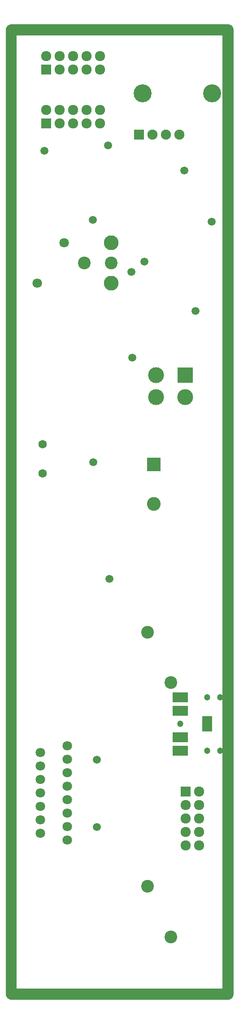
<source format=gbr>
G04 #@! TF.GenerationSoftware,KiCad,Pcbnew,(5.0.0-rc2-dev-311-g1dd4af297)*
G04 #@! TF.CreationDate,2018-05-23T12:25:25+02:00*
G04 #@! TF.ProjectId,resetUSB,72657365745553422E6B696361645F70,1.0*
G04 #@! TF.SameCoordinates,PX6ad8e7cPY2bcdfd4*
G04 #@! TF.FileFunction,Soldermask,Bot*
G04 #@! TF.FilePolarity,Negative*
%FSLAX46Y46*%
G04 Gerber Fmt 4.6, Leading zero omitted, Abs format (unit mm)*
G04 Created by KiCad (PCBNEW (5.0.0-rc2-dev-311-g1dd4af297)) date 05/23/18 12:25:25*
%MOMM*%
%LPD*%
G01*
G04 APERTURE LIST*
%ADD10C,2.000000*%
%ADD11C,0.150000*%
%ADD12R,1.927200X1.927200*%
%ADD13O,1.927200X1.927200*%
%ADD14C,2.400000*%
%ADD15R,3.000000X3.000000*%
%ADD16C,3.000000*%
%ADD17C,1.800000*%
%ADD18C,2.800000*%
%ADD19C,1.200000*%
%ADD20R,2.900000X1.900000*%
%ADD21R,1.900000X2.900000*%
%ADD22C,3.400000*%
%ADD23R,2.600000X2.600000*%
%ADD24C,2.600000*%
%ADD25C,1.600000*%
%ADD26O,1.900000X1.900000*%
%ADD27R,1.900000X1.900000*%
%ADD28C,1.500000*%
G04 APERTURE END LIST*
D10*
X-1000000Y-181000000D02*
X-1000000Y1000000D01*
X40000000Y-181000000D02*
X-1000000Y-181000000D01*
X40000000Y1000000D02*
X40000000Y-181000000D01*
X-1000000Y1000000D02*
X40000000Y1000000D01*
D11*
X0Y-180000000D02*
X39000000Y-180000000D01*
X39000000Y-180000000D02*
X39000000Y0D01*
X0Y0D02*
X0Y-180000000D01*
X39000000Y0D02*
X0Y0D01*
D12*
X32004000Y-142748000D03*
D13*
X34544000Y-142748000D03*
X32004000Y-145288000D03*
X34544000Y-145288000D03*
X32004000Y-147828000D03*
X34544000Y-147828000D03*
X32004000Y-150368000D03*
X34544000Y-150368000D03*
X32004000Y-152908000D03*
X34544000Y-152908000D03*
D14*
X29210000Y-122180000D03*
X24770000Y-112650000D03*
D15*
X31864000Y-64161000D03*
D16*
X31864000Y-68361000D03*
X26364000Y-64161000D03*
X26364000Y-68361000D03*
D17*
X3920000Y-46810000D03*
X9000000Y-39190000D03*
D14*
X12810000Y-43000000D03*
X17890000Y-43000000D03*
D18*
X17890000Y-46810000D03*
X17890000Y-39190000D03*
D19*
X38500000Y-135000000D03*
X38500000Y-125000000D03*
X36000000Y-135000000D03*
X36000000Y-125000000D03*
X31000000Y-130000000D03*
D20*
X31000000Y-135000000D03*
X31000000Y-125000000D03*
X31000000Y-132500000D03*
X31000000Y-127500000D03*
D21*
X36000000Y-130000000D03*
D22*
X37000000Y-10973000D03*
X23860000Y-10973000D03*
D23*
X26000000Y-81000000D03*
D24*
X26000000Y-88500000D03*
D14*
X24770000Y-160650000D03*
X29210000Y-170180000D03*
D25*
X5000000Y-82750000D03*
X5000000Y-77250000D03*
D12*
X5614000Y-6529000D03*
D13*
X5614000Y-3989000D03*
X8154000Y-6529000D03*
X8154000Y-3989000D03*
X10694000Y-6529000D03*
X10694000Y-3989000D03*
X13234000Y-6529000D03*
X13234000Y-3989000D03*
X15774000Y-6529000D03*
X15774000Y-3989000D03*
X15774000Y-14149000D03*
X15774000Y-16689000D03*
X13234000Y-14149000D03*
X13234000Y-16689000D03*
X10694000Y-14149000D03*
X10694000Y-16689000D03*
X8154000Y-14149000D03*
X8154000Y-16689000D03*
X5614000Y-14149000D03*
D12*
X5614000Y-16689000D03*
D26*
X30760000Y-18761000D03*
X28220000Y-18761000D03*
X25680000Y-18761000D03*
D27*
X23140000Y-18761000D03*
D17*
X4550000Y-143000000D03*
X4550000Y-145540000D03*
X4550000Y-148080000D03*
X4550000Y-150620000D03*
X4550000Y-140460000D03*
X4550000Y-137920000D03*
X4550000Y-135380000D03*
X9630000Y-151890000D03*
X9630000Y-149350000D03*
X9630000Y-146810000D03*
X9630000Y-144270000D03*
X9630000Y-141730000D03*
X9630000Y-139190000D03*
X9630000Y-136650000D03*
X9630000Y-134110000D03*
D28*
X14518000Y-80618000D03*
X36870000Y-35230000D03*
X5293802Y-21854010D03*
X17348800Y-20853600D03*
X31748859Y-25547541D03*
X14454207Y-34838191D03*
X33840500Y-52046700D03*
X15240000Y-136718000D03*
X15240000Y-149418000D03*
X21704000Y-44730000D03*
X21884000Y-60884000D03*
X24170000Y-42723000D03*
X17566000Y-102606000D03*
M02*

</source>
